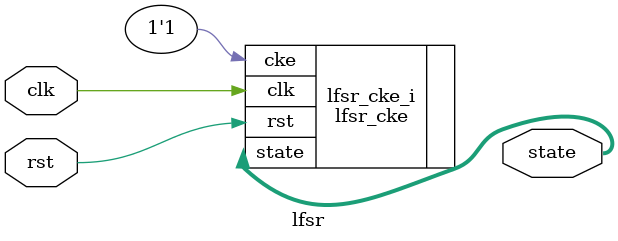
<source format=sv>
`timescale 1ns/1ps

module lfsr #(
    parameter n=16,
    parameter init=2
)(
    input wire clk,
    input wire rst,
    output wire [n-1:0] state
);

    lfsr_cke #(
        .n(n),
        .init(init)
    ) lfsr_cke_i (
        .clk(clk),
        .rst(rst),
        .state(state),
        .cke(1'b1)
    );

endmodule

</source>
